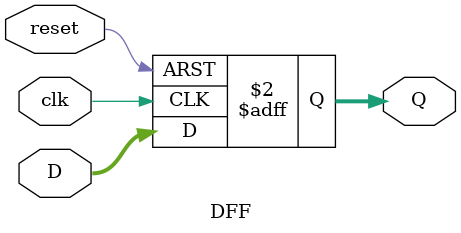
<source format=v>
`timescale 1ns/10ps
module DFF (clk, reset, D, Q);

input clk;
input reset;
input [17:0] D;

output reg [17:0] Q;

always @(posedge clk or posedge reset) begin
	if (reset) begin
		Q <= 0;
	end
	else begin
		Q <= D;
	end
end

endmodule
</source>
